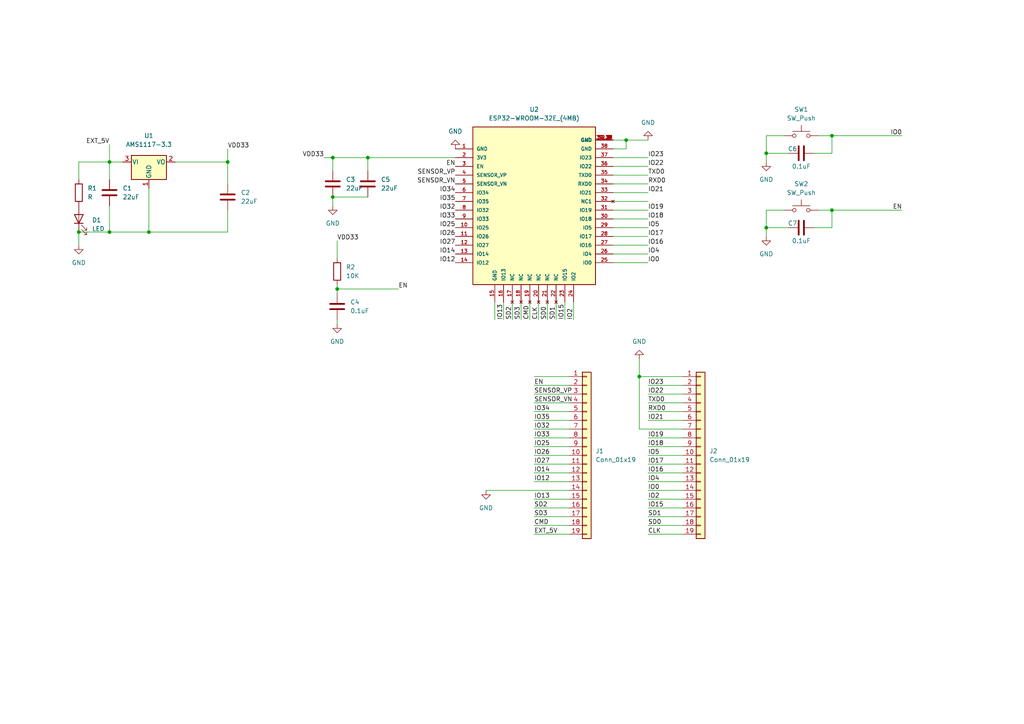
<source format=kicad_sch>
(kicad_sch (version 20211123) (generator eeschema)
  (paper "A4")
  (lib_symbols
    (symbol "Connector_Generic:Conn_01x19" (pin_names (offset 1.016) hide)
      (property "Reference" "J" (at 0 25.4 0))
      (property "Value" "Conn_01x19" (at 0 -25.4 0))
      (symbol "Conn_01x19_1_1"
        (rectangle (start -1.27 -22.733) (end 0 -22.987) (stroke (width 0.1524)))
        (rectangle (start -1.27 -20.193) (end 0 -20.447) (stroke (width 0.1524)))
        (rectangle (start -1.27 -17.653) (end 0 -17.907) (stroke (width 0.1524)))
        (rectangle (start -1.27 -15.113) (end 0 -15.367) (stroke (width 0.1524)))
        (rectangle (start -1.27 -12.573) (end 0 -12.827) (stroke (width 0.1524)))
        (rectangle (start -1.27 -10.033) (end 0 -10.287) (stroke (width 0.1524)))
        (rectangle (start -1.27 -7.493) (end 0 -7.747) (stroke (width 0.1524)))
        (rectangle (start -1.27 -4.953) (end 0 -5.207) (stroke (width 0.1524)))
        (rectangle (start -1.27 -2.413) (end 0 -2.667) (stroke (width 0.1524)))
        (rectangle (start -1.27 0.127) (end 0 -0.127) (stroke (width 0.1524)))
        (rectangle (start -1.27 2.667) (end 0 2.413) (stroke (width 0.1524)))
        (rectangle (start -1.27 5.207) (end 0 4.953) (stroke (width 0.1524)))
        (rectangle (start -1.27 7.747) (end 0 7.493) (stroke (width 0.1524)))
        (rectangle (start -1.27 10.287) (end 0 10.033) (stroke (width 0.1524)))
        (rectangle (start -1.27 12.827) (end 0 12.573) (stroke (width 0.1524)))
        (rectangle (start -1.27 15.367) (end 0 15.113) (stroke (width 0.1524)))
        (rectangle (start -1.27 17.907) (end 0 17.653) (stroke (width 0.1524)))
        (rectangle (start -1.27 20.447) (end 0 20.193) (stroke (width 0.1524)))
        (rectangle (start -1.27 22.987) (end 0 22.733) (stroke (width 0.1524)))
        (rectangle (start -1.27 24.13) (end 1.27 -24.13) (stroke (width 0.254)) (fill (type background)))
        (pin passive line (at -5.08 22.86 0) (length 3.81) (name "Pin_1") (number "1"))
        (pin passive line (at -5.08 0 0) (length 3.81) (name "Pin_10") (number "10"))
        (pin passive line (at -5.08 -2.54 0) (length 3.81) (name "Pin_11") (number "11"))
        (pin passive line (at -5.08 -5.08 0) (length 3.81) (name "Pin_12") (number "12"))
        (pin passive line (at -5.08 -7.62 0) (length 3.81) (name "Pin_13") (number "13"))
        (pin passive line (at -5.08 -10.16 0) (length 3.81) (name "Pin_14") (number "14"))
        (pin passive line (at -5.08 -12.7 0) (length 3.81) (name "Pin_15") (number "15"))
        (pin passive line (at -5.08 -15.24 0) (length 3.81) (name "Pin_16") (number "16"))
        (pin passive line (at -5.08 -17.78 0) (length 3.81) (name "Pin_17") (number "17"))
        (pin passive line (at -5.08 -20.32 0) (length 3.81) (name "Pin_18") (number "18"))
        (pin passive line (at -5.08 -22.86 0) (length 3.81) (name "Pin_19") (number "19"))
        (pin passive line (at -5.08 20.32 0) (length 3.81) (name "Pin_2") (number "2"))
        (pin passive line (at -5.08 17.78 0) (length 3.81) (name "Pin_3") (number "3"))
        (pin passive line (at -5.08 15.24 0) (length 3.81) (name "Pin_4") (number "4"))
        (pin passive line (at -5.08 12.7 0) (length 3.81) (name "Pin_5") (number "5"))
        (pin passive line (at -5.08 10.16 0) (length 3.81) (name "Pin_6") (number "6"))
        (pin passive line (at -5.08 7.62 0) (length 3.81) (name "Pin_7") (number "7"))
        (pin passive line (at -5.08 5.08 0) (length 3.81) (name "Pin_8") (number "8"))
        (pin passive line (at -5.08 2.54 0) (length 3.81) (name "Pin_9") (number "9"))
      )
    )
    (symbol "Device:C" (pin_numbers hide) (pin_names (offset 0.254))
      (property "Reference" "C" (at 0.635 2.54 0))
      (property "Value" "C" (at 0.635 -2.54 0))
      (symbol "C_0_1"
        (polyline (pts (xy -2.032 -0.762) (xy 2.032 -0.762)) (stroke (width 0.508)))
        (polyline (pts (xy -2.032 0.762) (xy 2.032 0.762)) (stroke (width 0.508)))
      )
      (symbol "C_1_1"
        (pin passive line (at 0 3.81 270) (length 2.794) (name "~") (number "1"))
        (pin passive line (at 0 -3.81 90) (length 2.794) (name "~") (number "2"))
      )
    )
    (symbol "Device:LED" (pin_numbers hide) (pin_names (offset 1.016) hide)
      (property "Reference" "D" (at 0 2.54 0))
      (property "Value" "LED" (at 0 -2.54 0))
      (symbol "LED_0_1"
        (polyline (pts (xy -1.27 -1.27) (xy -1.27 1.27)) (stroke (width 0.254)))
        (polyline (pts (xy -1.27 0) (xy 1.27 0)))
        (polyline (pts (xy 1.27 -1.27) (xy 1.27 1.27) (xy -1.27 0) (xy 1.27 -1.27)) (stroke (width 0.254)))
        (polyline (pts (xy -3.048 -0.762) (xy -4.572 -2.286) (xy -3.81 -2.286) (xy -4.572 -2.286) (xy -4.572 -1.524)))
        (polyline (pts (xy -1.778 -0.762) (xy -3.302 -2.286) (xy -2.54 -2.286) (xy -3.302 -2.286) (xy -3.302 -1.524)))
      )
      (symbol "LED_1_1"
        (pin passive line (at -3.81 0 0) (length 2.54) (name "K") (number "1"))
        (pin passive line (at 3.81 0 180) (length 2.54) (name "A") (number "2"))
      )
    )
    (symbol "Device:R" (pin_numbers hide) (pin_names (offset 0))
      (property "Reference" "R" (at 2.032 0 90))
      (property "Value" "R" (at 0 0 90))
      (symbol "R_0_1"
        (rectangle (start -1.016 -2.54) (end 1.016 2.54) (stroke (width 0.254)))
      )
      (symbol "R_1_1"
        (pin passive line (at 0 3.81 270) (length 1.27) (name "~") (number "1"))
        (pin passive line (at 0 -3.81 90) (length 1.27) (name "~") (number "2"))
      )
    )
    (symbol "Regulator_Linear:AMS1117-3.3" (pin_names (offset 0.254))
      (property "Reference" "U" (at -3.81 3.175 0))
      (property "Value" "AMS1117-3.3" (at 0 3.175 0))
      (symbol "AMS1117-3.3_0_1"
        (rectangle (start -5.08 -5.08) (end 5.08 1.905) (stroke (width 0.254)) (fill (type background)))
      )
      (symbol "AMS1117-3.3_1_1"
        (pin power_in line (at 0 -7.62 90) (length 2.54) (name "GND") (number "1"))
        (pin power_out line (at 7.62 0 180) (length 2.54) (name "VO") (number "2"))
        (pin power_in line (at -7.62 0 0) (length 2.54) (name "VI") (number "3"))
      )
    )
    (symbol "Switch:SW_Push" (pin_numbers hide) (pin_names (offset 1.016) hide)
      (property "Reference" "SW" (at 1.27 2.54 0))
      (property "Value" "SW_Push" (at 0 -1.524 0))
      (symbol "SW_Push_0_1"
        (circle (center -2.032 0) (radius 0.508))
        (polyline (pts (xy 0 1.27) (xy 0 3.048)))
        (polyline (pts (xy 2.54 1.27) (xy -2.54 1.27)))
        (circle (center 2.032 0) (radius 0.508))
        (pin passive line (at -5.08 0 0) (length 2.54) (name "1") (number "1"))
        (pin passive line (at 5.08 0 180) (length 2.54) (name "2") (number "2"))
      )
    )
    (symbol "power:GND" (power) (pin_names (offset 0))
      (property "Value" "GND" (at 0 -3.81 0))
      (symbol "GND_0_1"
        (polyline (pts (xy 0 0) (xy 0 -1.27) (xy 1.27 -1.27) (xy 0 -2.54) (xy -1.27 -1.27) (xy 0 -1.27)))
      )
      (symbol "GND_1_1"
        (pin power_in line (at 0 0 270) (length 0) hide (name "GND") (number "1"))
      )
    )
    (symbol "user_lib:ESP32-WROOM-32E_(4MB)" (pin_names (offset 1.016))
      (property "Reference" "U" (at -15.0368 34.1376 0))
      (property "Value" "ESP32-WROOM-32E_(4MB)" (at 0 30.48 0))
      (symbol "ESP32-WROOM-32E_(4MB)_0_0"
        (rectangle (start -15.24 31.75) (end 20.32 -13.97) (stroke (width 0.254)) (fill (type background)))
        (pin power_in line (at -20.32 25.4 0) (length 5.08) (name "GND") (number "1"))
        (pin bidirectional line (at -20.32 2.54 0) (length 5.08) (name "IO25") (number "10"))
        (pin bidirectional line (at -20.32 0 0) (length 5.08) (name "IO26") (number "11"))
        (pin bidirectional line (at -20.32 -2.54 0) (length 5.08) (name "IO27") (number "12"))
        (pin bidirectional line (at -20.32 -5.08 0) (length 5.08) (name "IO14") (number "13"))
        (pin bidirectional line (at -20.32 -7.62 0) (length 5.08) (name "IO12") (number "14"))
        (pin power_in line (at -8.89 -19.05 90) (length 5.08) (name "GND") (number "15"))
        (pin bidirectional line (at -6.35 -19.05 90) (length 5.08) (name "IO13") (number "16"))
        (pin no_connect line (at -3.81 -19.05 90) (length 5.08) (name "NC") (number "17"))
        (pin no_connect line (at -1.27 -19.05 90) (length 5.08) (name "NC") (number "18"))
        (pin no_connect line (at 1.27 -19.05 90) (length 5.08) (name "NC") (number "19"))
        (pin power_in line (at -20.32 22.86 0) (length 5.08) (name "3V3") (number "2"))
        (pin no_connect line (at 3.81 -19.05 90) (length 5.08) (name "NC") (number "20"))
        (pin no_connect line (at 6.35 -19.05 90) (length 5.08) (name "NC") (number "21"))
        (pin no_connect line (at 8.89 -19.05 90) (length 5.08) (name "NC") (number "22"))
        (pin bidirectional line (at 11.43 -19.05 90) (length 5.08) (name "IO15") (number "23"))
        (pin bidirectional line (at 13.97 -19.05 90) (length 5.08) (name "IO2") (number "24"))
        (pin bidirectional line (at 25.4 -7.62 180) (length 5.08) (name "IO0") (number "25"))
        (pin bidirectional line (at 25.4 -5.08 180) (length 5.08) (name "IO4") (number "26"))
        (pin bidirectional line (at 25.4 -2.54 180) (length 5.08) (name "IO16") (number "27"))
        (pin bidirectional line (at 25.4 0 180) (length 5.08) (name "IO17") (number "28"))
        (pin bidirectional line (at 25.4 2.54 180) (length 5.08) (name "IO5") (number "29"))
        (pin input line (at -20.32 20.32 0) (length 5.08) (name "EN") (number "3"))
        (pin bidirectional line (at 25.4 5.08 180) (length 5.08) (name "IO18") (number "30"))
        (pin bidirectional line (at 25.4 7.62 180) (length 5.08) (name "IO19") (number "31"))
        (pin no_connect line (at 25.4 10.16 180) (length 5.08) (name "NC1") (number "32"))
        (pin bidirectional line (at 25.4 12.7 180) (length 5.08) (name "IO21") (number "33"))
        (pin bidirectional line (at 25.4 15.24 180) (length 5.08) (name "RXD0") (number "34"))
        (pin bidirectional line (at 25.4 17.78 180) (length 5.08) (name "TXD0") (number "35"))
        (pin bidirectional line (at 25.4 20.32 180) (length 5.08) (name "IO22") (number "36"))
        (pin bidirectional line (at 25.4 22.86 180) (length 5.08) (name "IO23") (number "37"))
        (pin power_in line (at 25.4 25.4 180) (length 5.08) (name "GND") (number "38"))
        (pin power_in line (at 25.4 27.94 180) (length 5.08) (name "GND") (number "39_1"))
        (pin power_in line (at 25.4 27.94 180) (length 5.08) (name "GND") (number "39_10"))
        (pin power_in line (at 25.4 27.94 180) (length 5.08) (name "GND") (number "39_11"))
        (pin power_in line (at 25.4 27.94 180) (length 5.08) (name "GND") (number "39_12"))
        (pin power_in line (at 25.4 27.94 180) (length 5.08) (name "GND") (number "39_13"))
        (pin power_in line (at 25.4 27.94 180) (length 5.08) (name "GND") (number "39_14"))
        (pin power_in line (at 25.4 27.94 180) (length 5.08) (name "GND") (number "39_15"))
        (pin power_in line (at 25.4 27.94 180) (length 5.08) (name "GND") (number "39_16"))
        (pin power_in line (at 25.4 27.94 180) (length 5.08) (name "GND") (number "39_17"))
        (pin power_in line (at 25.4 27.94 180) (length 5.08) (name "GND") (number "39_18"))
        (pin power_in line (at 25.4 27.94 180) (length 5.08) (name "GND") (number "39_19"))
        (pin power_in line (at 25.4 27.94 180) (length 5.08) (name "GND") (number "39_2"))
        (pin power_in line (at 25.4 27.94 180) (length 5.08) (name "GND") (number "39_20"))
        (pin power_in line (at 25.4 27.94 180) (length 5.08) (name "GND") (number "39_21"))
        (pin power_in line (at 25.4 27.94 180) (length 5.08) (name "GND") (number "39_3"))
        (pin power_in line (at 25.4 27.94 180) (length 5.08) (name "GND") (number "39_4"))
        (pin power_in line (at 25.4 27.94 180) (length 5.08) (name "GND") (number "39_5"))
        (pin power_in line (at 25.4 27.94 180) (length 5.08) (name "GND") (number "39_6"))
        (pin power_in line (at 25.4 27.94 180) (length 5.08) (name "GND") (number "39_7"))
        (pin power_in line (at 25.4 27.94 180) (length 5.08) (name "GND") (number "39_8"))
        (pin power_in line (at 25.4 27.94 180) (length 5.08) (name "GND") (number "39_9"))
        (pin input line (at -20.32 17.78 0) (length 5.08) (name "SENSOR_VP") (number "4"))
        (pin input line (at -20.32 15.24 0) (length 5.08) (name "SENSOR_VN") (number "5"))
        (pin input line (at -20.32 12.7 0) (length 5.08) (name "IO34") (number "6"))
        (pin input line (at -20.32 10.16 0) (length 5.08) (name "IO35") (number "7"))
        (pin bidirectional line (at -20.32 7.62 0) (length 5.08) (name "IO32") (number "8"))
        (pin bidirectional line (at -20.32 5.08 0) (length 5.08) (name "IO33") (number "9"))
      )
    )
  )
  (junction (at 106.68 45.72))
  (junction (at 31.75 67.31))
  (junction (at 43.18 67.31))
  (junction (at 241.3 39.37))
  (junction (at 222.25 44.45))
  (junction (at 222.25 66.04))
  (junction (at 181.61 40.64))
  (junction (at 22.86 67.31))
  (junction (at 31.75 46.99))
  (junction (at 96.52 45.72))
  (junction (at 96.52 57.15))
  (junction (at 97.79 83.82))
  (junction (at 241.3 60.96))
  (junction (at 185.42 109.22))
  (junction (at 66.04 46.99))
  (wire (pts (xy 96.52 45.72) (xy 93.98 45.72)))
  (wire (pts (xy 187.96 144.78) (xy 198.12 144.78)))
  (wire (pts (xy 187.96 119.38) (xy 198.12 119.38)))
  (wire (pts (xy 177.8 43.18) (xy 181.61 43.18)))
  (wire (pts (xy 161.29 87.63) (xy 161.29 92.71)))
  (wire (pts (xy 177.8 55.88) (xy 187.96 55.88)))
  (wire (pts (xy 185.42 109.22) (xy 198.12 109.22)))
  (wire (pts (xy 154.94 119.38) (xy 165.1 119.38)))
  (wire (pts (xy 154.94 149.86) (xy 165.1 149.86)))
  (wire (pts (xy 31.75 67.31) (xy 43.18 67.31)))
  (wire (pts (xy 236.22 44.45) (xy 241.3 44.45)))
  (wire (pts (xy 31.75 41.91) (xy 31.75 46.99)))
  (wire (pts (xy 185.42 124.46) (xy 185.42 109.22)))
  (wire (pts (xy 97.79 69.85) (xy 97.79 74.93)))
  (wire (pts (xy 22.86 46.99) (xy 22.86 52.07)))
  (wire (pts (xy 187.96 121.92) (xy 198.12 121.92)))
  (wire (pts (xy 97.79 83.82) (xy 97.79 85.09)))
  (wire (pts (xy 158.75 87.63) (xy 158.75 92.71)))
  (wire (pts (xy 43.18 67.31) (xy 66.04 67.31)))
  (wire (pts (xy 140.97 142.24) (xy 165.1 142.24)))
  (wire (pts (xy 187.96 114.3) (xy 198.12 114.3)))
  (wire (pts (xy 154.94 121.92) (xy 165.1 121.92)))
  (wire (pts (xy 222.25 66.04) (xy 222.25 68.58)))
  (wire (pts (xy 222.25 60.96) (xy 222.25 66.04)))
  (wire (pts (xy 106.68 45.72) (xy 96.52 45.72)))
  (wire (pts (xy 31.75 46.99) (xy 31.75 52.07)))
  (wire (pts (xy 177.8 45.72) (xy 187.96 45.72)))
  (wire (pts (xy 237.49 39.37) (xy 241.3 39.37)))
  (wire (pts (xy 241.3 60.96) (xy 261.62 60.96)))
  (wire (pts (xy 187.96 132.08) (xy 198.12 132.08)))
  (wire (pts (xy 97.79 82.55) (xy 97.79 83.82)))
  (wire (pts (xy 66.04 43.18) (xy 66.04 46.99)))
  (wire (pts (xy 154.94 129.54) (xy 165.1 129.54)))
  (wire (pts (xy 177.8 60.96) (xy 187.96 60.96)))
  (wire (pts (xy 154.94 144.78) (xy 165.1 144.78)))
  (wire (pts (xy 154.94 139.7) (xy 165.1 139.7)))
  (wire (pts (xy 177.8 40.64) (xy 181.61 40.64)))
  (wire (pts (xy 185.42 104.14) (xy 185.42 109.22)))
  (wire (pts (xy 227.33 60.96) (xy 222.25 60.96)))
  (wire (pts (xy 154.94 154.94) (xy 165.1 154.94)))
  (wire (pts (xy 66.04 46.99) (xy 50.8 46.99)))
  (wire (pts (xy 187.96 137.16) (xy 198.12 137.16)))
  (wire (pts (xy 66.04 67.31) (xy 66.04 60.96)))
  (wire (pts (xy 237.49 60.96) (xy 241.3 60.96)))
  (wire (pts (xy 177.8 58.42) (xy 187.96 58.42)))
  (wire (pts (xy 187.96 149.86) (xy 198.12 149.86)))
  (wire (pts (xy 97.79 83.82) (xy 115.57 83.82)))
  (wire (pts (xy 96.52 57.15) (xy 96.52 59.69)))
  (wire (pts (xy 154.94 132.08) (xy 165.1 132.08)))
  (wire (pts (xy 154.94 116.84) (xy 165.1 116.84)))
  (wire (pts (xy 66.04 53.34) (xy 66.04 46.99)))
  (wire (pts (xy 35.56 46.99) (xy 31.75 46.99)))
  (wire (pts (xy 187.96 147.32) (xy 198.12 147.32)))
  (wire (pts (xy 181.61 43.18) (xy 181.61 40.64)))
  (wire (pts (xy 177.8 66.04) (xy 187.96 66.04)))
  (wire (pts (xy 187.96 142.24) (xy 198.12 142.24)))
  (wire (pts (xy 31.75 59.69) (xy 31.75 67.31)))
  (wire (pts (xy 146.05 87.63) (xy 146.05 92.71)))
  (wire (pts (xy 177.8 71.12) (xy 187.96 71.12)))
  (wire (pts (xy 154.94 137.16) (xy 165.1 137.16)))
  (wire (pts (xy 177.8 73.66) (xy 187.96 73.66)))
  (wire (pts (xy 106.68 45.72) (xy 106.68 49.53)))
  (wire (pts (xy 241.3 39.37) (xy 261.62 39.37)))
  (wire (pts (xy 143.51 87.63) (xy 143.51 92.71)))
  (wire (pts (xy 187.96 116.84) (xy 198.12 116.84)))
  (wire (pts (xy 148.59 87.63) (xy 148.59 92.71)))
  (wire (pts (xy 177.8 48.26) (xy 187.96 48.26)))
  (wire (pts (xy 177.8 50.8) (xy 187.96 50.8)))
  (wire (pts (xy 154.94 109.22) (xy 165.1 109.22)))
  (wire (pts (xy 154.94 111.76) (xy 165.1 111.76)))
  (wire (pts (xy 236.22 66.04) (xy 241.3 66.04)))
  (wire (pts (xy 96.52 45.72) (xy 96.52 49.53)))
  (wire (pts (xy 153.67 87.63) (xy 153.67 92.71)))
  (wire (pts (xy 187.96 154.94) (xy 198.12 154.94)))
  (wire (pts (xy 154.94 134.62) (xy 165.1 134.62)))
  (wire (pts (xy 154.94 127) (xy 165.1 127)))
  (wire (pts (xy 222.25 39.37) (xy 222.25 44.45)))
  (wire (pts (xy 222.25 66.04) (xy 228.6 66.04)))
  (wire (pts (xy 154.94 147.32) (xy 165.1 147.32)))
  (wire (pts (xy 154.94 124.46) (xy 165.1 124.46)))
  (wire (pts (xy 222.25 44.45) (xy 222.25 46.99)))
  (wire (pts (xy 154.94 152.4) (xy 165.1 152.4)))
  (wire (pts (xy 22.86 71.12) (xy 22.86 67.31)))
  (wire (pts (xy 177.8 68.58) (xy 187.96 68.58)))
  (wire (pts (xy 166.37 87.63) (xy 166.37 92.71)))
  (wire (pts (xy 177.8 76.2) (xy 187.96 76.2)))
  (wire (pts (xy 187.96 111.76) (xy 198.12 111.76)))
  (wire (pts (xy 227.33 39.37) (xy 222.25 39.37)))
  (wire (pts (xy 187.96 127) (xy 198.12 127)))
  (wire (pts (xy 156.21 87.63) (xy 156.21 92.71)))
  (wire (pts (xy 181.61 40.64) (xy 187.96 40.64)))
  (wire (pts (xy 154.94 114.3) (xy 165.1 114.3)))
  (wire (pts (xy 43.18 67.31) (xy 43.18 54.61)))
  (wire (pts (xy 163.83 87.63) (xy 163.83 92.71)))
  (wire (pts (xy 97.79 92.71) (xy 97.79 93.98)))
  (wire (pts (xy 187.96 139.7) (xy 198.12 139.7)))
  (wire (pts (xy 241.3 44.45) (xy 241.3 39.37)))
  (wire (pts (xy 187.96 129.54) (xy 198.12 129.54)))
  (wire (pts (xy 132.08 45.72) (xy 106.68 45.72)))
  (wire (pts (xy 31.75 46.99) (xy 22.86 46.99)))
  (wire (pts (xy 187.96 152.4) (xy 198.12 152.4)))
  (wire (pts (xy 241.3 66.04) (xy 241.3 60.96)))
  (wire (pts (xy 96.52 57.15) (xy 106.68 57.15)))
  (wire (pts (xy 22.86 67.31) (xy 31.75 67.31)))
  (wire (pts (xy 177.8 53.34) (xy 187.96 53.34)))
  (wire (pts (xy 187.96 134.62) (xy 198.12 134.62)))
  (wire (pts (xy 177.8 63.5) (xy 187.96 63.5)))
  (wire (pts (xy 185.42 124.46) (xy 198.12 124.46)))
  (wire (pts (xy 151.13 87.63) (xy 151.13 92.71)))
  (wire (pts (xy 222.25 44.45) (xy 228.6 44.45)))
  (label "SD0" (at 187.96 152.4 0))
  (label "IO17" (at 187.96 68.58 0))
  (label "EN" (at 261.62 60.96 180))
  (label "IO25" (at 132.08 66.04 180))
  (label "IO26" (at 132.08 68.58 180))
  (label "IO27" (at 154.94 134.62 0))
  (label "SENSOR_VP" (at 154.94 114.3 0))
  (label "IO35" (at 132.08 58.42 180))
  (label "IO14" (at 132.08 73.66 180))
  (label "IO5" (at 187.96 66.04 0))
  (label "IO0" (at 187.96 142.24 0))
  (label "EXT_5V" (at 31.75 41.91 180))
  (label "CMD" (at 153.67 92.71 90))
  (label "TXD0" (at 187.96 50.8 0))
  (label "IO18" (at 187.96 63.5 0))
  (label "IO26" (at 154.94 132.08 0))
  (label "IO19" (at 187.96 127 0))
  (label "SD2" (at 148.59 92.71 90))
  (label "RXD0" (at 187.96 53.34 0))
  (label "IO0" (at 187.96 76.2 0))
  (label "IO21" (at 187.96 55.88 0))
  (label "IO16" (at 187.96 137.16 0))
  (label "IO4" (at 187.96 73.66 0))
  (label "IO15" (at 163.83 92.71 90))
  (label "SENSOR_VP" (at 132.08 50.8 180))
  (label "SD1" (at 161.29 92.71 90))
  (label "IO27" (at 132.08 71.12 180))
  (label "IO15" (at 187.96 147.32 0))
  (label "IO34" (at 132.08 55.88 180))
  (label "IO23" (at 187.96 111.76 0))
  (label "CLK" (at 156.21 92.71 90))
  (label "IO13" (at 154.94 144.78 0))
  (label "IO4" (at 187.96 139.7 0))
  (label "IO18" (at 187.96 129.54 0))
  (label "SD3" (at 151.13 92.71 90))
  (label "IO0" (at 261.62 39.37 180))
  (label "IO34" (at 154.94 119.38 0))
  (label "RXD0" (at 187.96 119.38 0))
  (label "IO2" (at 166.37 92.71 90))
  (label "SD0" (at 158.75 92.71 90))
  (label "VDD33" (at 97.79 69.85 0))
  (label "CLK" (at 187.96 154.94 0))
  (label "EN" (at 154.94 111.76 0))
  (label "IO23" (at 187.96 45.72 0))
  (label "IO5" (at 187.96 132.08 0))
  (label "IO32" (at 132.08 60.96 180))
  (label "IO21" (at 187.96 121.92 0))
  (label "IO32" (at 154.94 124.46 0))
  (label "IO12" (at 132.08 76.2 180))
  (label "SENSOR_VN" (at 132.08 53.34 180))
  (label "IO14" (at 154.94 137.16 0))
  (label "CMD" (at 154.94 152.4 0))
  (label "IO22" (at 187.96 114.3 0))
  (label "IO17" (at 187.96 134.62 0))
  (label "IO33" (at 154.94 127 0))
  (label "IO33" (at 132.08 63.5 180))
  (label "SD3" (at 154.94 149.86 0))
  (label "SD2" (at 154.94 147.32 0))
  (label "SENSOR_VN" (at 154.94 116.84 0))
  (label "IO25" (at 154.94 129.54 0))
  (label "TXD0" (at 187.96 116.84 0))
  (label "IO35" (at 154.94 121.92 0))
  (label "SD1" (at 187.96 149.86 0))
  (label "IO19" (at 187.96 60.96 0))
  (label "VDD33" (at 66.04 43.18 0))
  (label "IO16" (at 187.96 71.12 0))
  (label "IO13" (at 146.05 92.71 90))
  (label "EXT_5V" (at 154.94 154.94 0))
  (label "EN" (at 115.57 83.82 0))
  (label "EN" (at 132.08 48.26 180))
  (label "IO2" (at 187.96 144.78 0))
  (label "IO12" (at 154.94 139.7 0))
  (label "IO22" (at 187.96 48.26 0))
  (label "VDD33" (at 93.98 45.72 180))
  (symbol (lib_id "Device:R") (at 22.86 55.88 0) (unit 1)
    (property "Reference" "R1" (at 25.4 54.6099 0) (effects (justify left)))
    (property "Value" "R" (at 25.4 57.1499 0) (effects (justify left)))
    (property "Footprint" "Resistor_SMD:R_0805_2012Metric" (effects hide))
  )
  (symbol (lib_id "power:GND") (at 96.52 59.69 0) (unit 1)
    (property "Reference" "#PWR02" (effects hide))
    (property "Value" "GND" (at 96.52 64.77 0))
  )
  (symbol (lib_id "Switch:SW_Push") (at 232.41 39.37 0) (unit 1)
    (property "Reference" "SW1" (at 232.41 31.75 0))
    (property "Value" "SW_Push" (at 232.41 34.29 0))
    (property "Footprint" "Button_Switch_SMD:SW_DIP_SPSTx02_Slide_6.7x6.64mm_W6.73mm_P2.54mm_LowProfile_JPin" (effects hide))
  )
  (symbol (lib_id "user_lib:ESP32-WROOM-32E_(4MB)") (at 152.4 68.58 0) (unit 1)
    (property "Reference" "U2" (at 154.94 31.75 0))
    (property "Value" "ESP32-WROOM-32E_(4MB)" (at 154.94 34.29 0))
    (property "Footprint" "user_lib:MODULE_ESP32-WROOM-32E_(4MB)" (effects hide))
    (property "PARTREV" "1.1" (effects hide))
    (property "STANDARD" "Manufacturer Recommendations" (effects hide))
    (property "MANUFACTURER" "Espressif Systems" (effects hide))
    (property "MAXIMUM_PACKAGE_HEIGHT" "3.25mm" (effects hide))
  )
  (symbol (lib_id "Device:C") (at 96.52 53.34 0) (unit 1)
    (property "Reference" "C3" (at 100.33 52.0699 0) (effects (justify left)))
    (property "Value" "22uF" (at 100.33 54.6099 0) (effects (justify left)))
    (property "Footprint" "Capacitor_SMD:CP_Elec_3x5.3" (effects hide))
  )
  (symbol (lib_id "Connector_Generic:Conn_01x19") (at 203.2 132.08 0) (unit 1)
    (property "Reference" "J2" (at 205.74 130.8099 0) (effects (justify left)))
    (property "Value" "Conn_01x19" (at 205.74 133.3499 0) (effects (justify left)))
    (property "Footprint" "Connector_PinHeader_2.54mm:PinHeader_1x19_P2.54mm_Vertical" (effects hide))
  )
  (symbol (lib_id "power:GND") (at 222.25 68.58 0) (unit 1)
    (property "Reference" "#PWR09" (effects hide))
    (property "Value" "GND" (at 222.25 73.66 0))
  )
  (symbol (lib_id "Device:C") (at 106.68 53.34 0) (unit 1)
    (property "Reference" "C5" (at 110.49 52.0699 0) (effects (justify left)))
    (property "Value" "22uF" (at 110.49 54.6099 0) (effects (justify left)))
    (property "Footprint" "Capacitor_SMD:CP_Elec_3x5.3" (effects hide))
  )
  (symbol (lib_id "Device:LED") (at 22.86 63.5 90) (unit 1)
    (property "Reference" "D1" (at 26.67 63.8174 90) (effects (justify right)))
    (property "Value" "LED" (at 26.67 66.3574 90) (effects (justify right)))
    (property "Footprint" "LED_SMD:LED_0201_0603Metric" (effects hide))
  )
  (symbol (lib_id "Device:C") (at 97.79 88.9 0) (unit 1)
    (property "Reference" "C4" (at 101.6 87.6299 0) (effects (justify left)))
    (property "Value" "0.1uF" (at 101.6 90.1699 0) (effects (justify left)))
    (property "Footprint" "Capacitor_SMD:CP_Elec_3x5.3" (effects hide))
  )
  (symbol (lib_id "Connector_Generic:Conn_01x19") (at 170.18 132.08 0) (unit 1)
    (property "Reference" "J1" (at 172.72 130.8099 0) (effects (justify left)))
    (property "Value" "Conn_01x19" (at 172.72 133.3499 0) (effects (justify left)))
    (property "Footprint" "Connector_PinSocket_2.54mm:PinSocket_1x19_P2.54mm_Vertical" (effects hide))
  )
  (symbol (lib_id "power:GND") (at 132.08 43.18 180) (unit 1)
    (property "Reference" "#PWR04" (effects hide))
    (property "Value" "GND" (at 132.08 38.1 0))
  )
  (symbol (lib_id "Device:C") (at 232.41 44.45 90) (unit 1)
    (property "Reference" "C6" (at 229.87 43.18 90))
    (property "Value" "0.1uF" (at 232.41 48.26 90))
    (property "Footprint" "Capacitor_SMD:CP_Elec_3x5.3" (effects hide))
  )
  (symbol (lib_id "power:GND") (at 222.25 46.99 0) (unit 1)
    (property "Reference" "#PWR08" (effects hide))
    (property "Value" "GND" (at 222.25 52.07 0))
  )
  (symbol (lib_id "power:GND") (at 97.79 93.98 0) (unit 1)
    (property "Reference" "#PWR03" (effects hide))
    (property "Value" "GND" (at 97.79 99.06 0))
  )
  (symbol (lib_id "Device:C") (at 232.41 66.04 90) (unit 1)
    (property "Reference" "C7" (at 229.87 64.77 90))
    (property "Value" "0.1uF" (at 232.41 69.85 90))
    (property "Footprint" "Capacitor_SMD:CP_Elec_3x5.3" (effects hide))
  )
  (symbol (lib_id "power:GND") (at 140.97 142.24 0) (unit 1)
    (property "Reference" "#PWR05" (effects hide))
    (property "Value" "GND" (at 140.97 147.32 0))
  )
  (symbol (lib_id "power:GND") (at 22.86 71.12 0) (unit 1)
    (property "Reference" "#PWR01" (effects hide))
    (property "Value" "GND" (at 22.86 76.2 0))
  )
  (symbol (lib_id "Regulator_Linear:AMS1117-3.3") (at 43.18 46.99 0) (unit 1)
    (property "Reference" "U1" (at 43.18 39.37 0))
    (property "Value" "AMS1117-3.3" (at 43.18 41.91 0))
    (property "Footprint" "Package_TO_SOT_SMD:SOT-223-3_TabPin2" (effects hide))
    (property "Datasheet" "http://www.advanced-monolithic.com/pdf/ds1117.pdf" (effects hide))
  )
  (symbol (lib_id "Switch:SW_Push") (at 232.41 60.96 0) (unit 1)
    (property "Reference" "SW2" (at 232.41 53.34 0))
    (property "Value" "SW_Push" (at 232.41 55.88 0))
    (property "Footprint" "Button_Switch_SMD:SW_DIP_SPSTx02_Slide_6.7x6.64mm_W6.73mm_P2.54mm_LowProfile_JPin" (effects hide))
  )
  (symbol (lib_id "Device:C") (at 31.75 55.88 0) (unit 1)
    (property "Reference" "C1" (at 35.56 54.6099 0) (effects (justify left)))
    (property "Value" "22uF" (at 35.56 57.1499 0) (effects (justify left)))
    (property "Footprint" "Capacitor_SMD:CP_Elec_3x5.3" (effects hide))
  )
  (symbol (lib_id "Device:R") (at 97.79 78.74 0) (unit 1)
    (property "Reference" "R2" (at 100.33 77.4699 0) (effects (justify left)))
    (property "Value" "10K" (at 100.33 80.0099 0) (effects (justify left)))
    (property "Footprint" "Resistor_SMD:R_0805_2012Metric" (effects hide))
  )
  (symbol (lib_id "power:GND") (at 185.42 104.14 180) (unit 1)
    (property "Reference" "#PWR06" (effects hide))
    (property "Value" "GND" (at 185.42 99.06 0))
  )
  (symbol (lib_id "power:GND") (at 187.96 40.64 180) (unit 1)
    (property "Reference" "#PWR07" (effects hide))
    (property "Value" "GND" (at 187.96 35.56 0))
  )
  (symbol (lib_id "Device:C") (at 66.04 57.15 0) (unit 1)
    (property "Reference" "C2" (at 69.85 55.8799 0) (effects (justify left)))
    (property "Value" "22uF" (at 69.85 58.4199 0) (effects (justify left)))
    (property "Footprint" "Capacitor_SMD:CP_Elec_3x5.3" (effects hide))
  )
)
</source>
